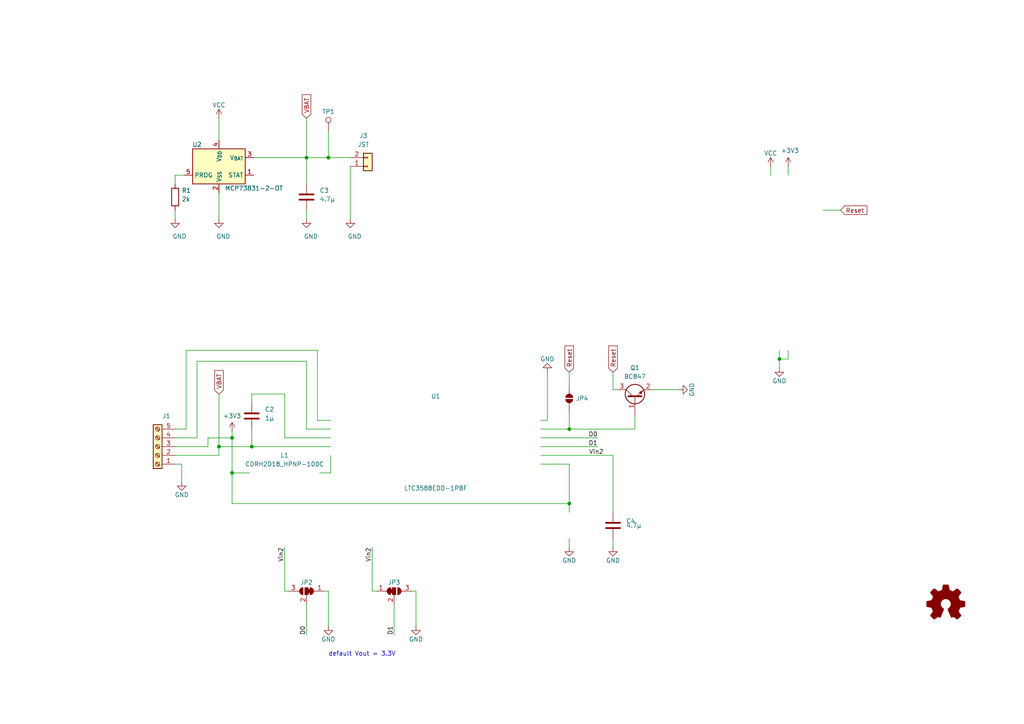
<source format=kicad_sch>
(kicad_sch (version 20231120) (generator "eeschema") (generator_version "8.0")
  (paper "A4")
  (title_block (title "ProMicro_ZPM") (date "2020-05-11") (rev "v1.0"))
  (lib_symbols
    (symbol "Battery_Management:MCP73831-2-OT"
      (property "Reference" "U" (at -7.62 6.35 0))
      (property "Value" "MCP73831-2-OT" (at 1.27 6.35 0))
      (symbol "MCP73831-2-OT_0_1"
        (rectangle (start -7.62 5.08) (end 7.62 -5.08) (stroke (width 0.254)) (fill (type background)))
      )
      (symbol "MCP73831-2-OT_1_1"
        (pin tri_state line (at 10.16 -2.54 180) (length 2.54) (name "STAT") (number "1"))
        (pin power_in line (at 0 -7.62 90) (length 2.54) (name "V_{SS}") (number "2"))
        (pin power_out line (at 10.16 2.54 180) (length 2.54) (name "V_{BAT}") (number "3"))
        (pin power_in line (at 0 7.62 270) (length 2.54) (name "V_{DD}") (number "4"))
        (pin input line (at -10.16 -2.54 0) (length 2.54) (name "PROG") (number "5"))
      )
    )
    (symbol "Connector:Screw_Terminal_01x05" (pin_names (offset 1.016) hide)
      (property "Reference" "J" (at 0 7.62 0))
      (property "Value" "Screw_Terminal_01x05" (at 0 -7.62 0))
      (symbol "Screw_Terminal_01x05_1_1"
        (rectangle (start -1.27 6.35) (end 1.27 -6.35) (stroke (width 0.254)) (fill (type background)))
        (circle (center 0 -5.08) (radius 0.635) (stroke (width 0.1524)))
        (circle (center 0 -2.54) (radius 0.635) (stroke (width 0.1524)))
        (polyline (pts (xy -0.5334 -4.7498) (xy 0.3302 -5.588)) (stroke (width 0.1524)))
        (polyline (pts (xy -0.5334 -2.2098) (xy 0.3302 -3.048)) (stroke (width 0.1524)))
        (polyline (pts (xy -0.5334 0.3302) (xy 0.3302 -0.508)) (stroke (width 0.1524)))
        (polyline (pts (xy -0.5334 2.8702) (xy 0.3302 2.032)) (stroke (width 0.1524)))
        (polyline (pts (xy -0.5334 5.4102) (xy 0.3302 4.572)) (stroke (width 0.1524)))
        (polyline (pts (xy -0.3556 -4.572) (xy 0.508 -5.4102)) (stroke (width 0.1524)))
        (polyline (pts (xy -0.3556 -2.032) (xy 0.508 -2.8702)) (stroke (width 0.1524)))
        (polyline (pts (xy -0.3556 0.508) (xy 0.508 -0.3302)) (stroke (width 0.1524)))
        (polyline (pts (xy -0.3556 3.048) (xy 0.508 2.2098)) (stroke (width 0.1524)))
        (polyline (pts (xy -0.3556 5.588) (xy 0.508 4.7498)) (stroke (width 0.1524)))
        (circle (center 0 0) (radius 0.635) (stroke (width 0.1524)))
        (circle (center 0 2.54) (radius 0.635) (stroke (width 0.1524)))
        (circle (center 0 5.08) (radius 0.635) (stroke (width 0.1524)))
        (pin passive line (at -5.08 5.08 0) (length 3.81) (name "Pin_1") (number "1"))
        (pin passive line (at -5.08 2.54 0) (length 3.81) (name "Pin_2") (number "2"))
        (pin passive line (at -5.08 0 0) (length 3.81) (name "Pin_3") (number "3"))
        (pin passive line (at -5.08 -2.54 0) (length 3.81) (name "Pin_4") (number "4"))
        (pin passive line (at -5.08 -5.08 0) (length 3.81) (name "Pin_5") (number "5"))
      )
    )
    (symbol "Connector:TestPoint" (pin_numbers hide) (pin_names (offset 0.762) hide)
      (property "Reference" "TP" (at 0 6.858 0))
      (property "Value" "TestPoint" (at 0 5.08 0))
      (symbol "TestPoint_0_1"
        (circle (center 0 3.302) (radius 0.762))
      )
      (symbol "TestPoint_1_1"
        (pin passive line (at 0 0 90) (length 2.54) (name "1") (number "1"))
      )
    )
    (symbol "Connector_Generic:Conn_01x02" (pin_names (offset 1.016) hide)
      (property "Reference" "J" (at 0 2.54 0))
      (property "Value" "Conn_01x02" (at 0 -5.08 0))
      (symbol "Conn_01x02_1_1"
        (rectangle (start -1.27 -2.413) (end 0 -2.667) (stroke (width 0.1524)))
        (rectangle (start -1.27 0.127) (end 0 -0.127) (stroke (width 0.1524)))
        (rectangle (start -1.27 1.27) (end 1.27 -3.81) (stroke (width 0.254)) (fill (type background)))
        (pin passive line (at -5.08 0 0) (length 3.81) (name "Pin_1") (number "1"))
        (pin passive line (at -5.08 -2.54 0) (length 3.81) (name "Pin_2") (number "2"))
      )
    )
    (symbol "Device:C" (pin_numbers hide) (pin_names (offset 0.254))
      (property "Reference" "C" (at 0.635 2.54 0))
      (property "Value" "C" (at 0.635 -2.54 0))
      (symbol "C_0_1"
        (polyline (pts (xy -2.032 -0.762) (xy 2.032 -0.762)) (stroke (width 0.508)))
        (polyline (pts (xy -2.032 0.762) (xy 2.032 0.762)) (stroke (width 0.508)))
      )
      (symbol "C_1_1"
        (pin passive line (at 0 3.81 270) (length 2.794) (name "~") (number "1"))
        (pin passive line (at 0 -3.81 90) (length 2.794) (name "~") (number "2"))
      )
    )
    (symbol "Device:R" (pin_numbers hide) (pin_names (offset 0))
      (property "Reference" "R" (at 2.032 0 90))
      (property "Value" "R" (at 0 0 90))
      (symbol "R_0_1"
        (rectangle (start -1.016 -2.54) (end 1.016 2.54) (stroke (width 0.254)))
      )
      (symbol "R_1_1"
        (pin passive line (at 0 3.81 270) (length 1.27) (name "~") (number "1"))
        (pin passive line (at 0 -3.81 90) (length 1.27) (name "~") (number "2"))
      )
    )
    (symbol "Graphic:Logo_Open_Hardware_Small" (in_bom no) (on_board no)
      (symbol "Logo_Open_Hardware_Small_0_1"
        (polyline (pts (xy 3.3528 -4.3434) (xy 3.302 -4.318) (xy 3.175 -4.2418) (xy 2.9972 -4.1148) (xy 2.7686 -3.9624) (xy 2.54 -3.81) (xy 2.3622 -3.7084) (xy 2.2352 -3.6068) (xy 2.1844 -3.5814) (xy 2.159 -3.6068) (xy 2.0574 -3.6576) (xy 1.905 -3.7338) (xy 1.8034 -3.7846) (xy 1.6764 -3.8354) (xy 1.6002 -3.8354) (xy 1.6002 -3.8354) (xy 1.5494 -3.7338) (xy 1.4732 -3.5306) (xy 1.3462 -3.302) (xy 1.2446 -3.0226) (xy 1.1176 -2.7178) (xy 0.9652 -2.413) (xy 0.8636 -2.1082) (xy 0.7366 -1.8288) (xy 0.6604 -1.6256) (xy 0.6096 -1.4732) (xy 0.5842 -1.397) (xy 0.5842 -1.397) (xy 0.6604 -1.3208) (xy 0.7874 -1.2446) (xy 1.0414 -1.016) (xy 1.2954 -0.6858) (xy 1.4478 -0.3302) (xy 1.524 0.0762) (xy 1.4732 0.4572) (xy 1.3208 0.8128) (xy 1.0668 1.143) (xy 0.762 1.3716) (xy 0.4064 1.524) (xy 0 1.5748) (xy -0.381 1.5494) (xy -0.7366 1.397) (xy -1.0668 1.143) (xy -1.2192 0.9906) (xy -1.397 0.6604) (xy -1.524 0.3048) (xy -1.524 0.2286) (xy -1.4986 -0.1778) (xy -1.397 -0.5334) (xy -1.1938 -0.8636) (xy -0.9144 -1.143) (xy -0.8636 -1.1684) (xy -0.7366 -1.27) (xy -0.635 -1.3462) (xy -0.5842 -1.397) (xy -1.0668 -2.5908) (xy -1.143 -2.794) (xy -1.2954 -3.1242) (xy -1.397 -3.4036) (xy -1.4986 -3.6322) (xy -1.5748 -3.7846) (xy -1.6002 -3.8354) (xy -1.6002 -3.8354) (xy -1.651 -3.8354) (xy -1.7272 -3.81) (xy -1.905 -3.7338) (xy -2.0066 -3.683) (xy -2.1336 -3.6068) (xy -2.2098 -3.5814) (xy -2.2606 -3.6068) (xy -2.3622 -3.683) (xy -2.54 -3.81) (xy -2.7686 -3.9624) (xy -2.9718 -4.0894) (xy -3.1496 -4.2164) (xy -3.302 -4.318) (xy -3.3528 -4.3434) (xy -3.3782 -4.3434) (xy -3.429 -4.318) (xy -3.5306 -4.2164) (xy -3.7084 -4.064) (xy -3.937 -3.8354) (xy -3.9624 -3.81) (xy -4.1656 -3.6068) (xy -4.318 -3.4544) (xy -4.4196 -3.3274) (xy -4.445 -3.2766) (xy -4.445 -3.2766) (xy -4.4196 -3.2258) (xy -4.318 -3.0734) (xy -4.2164 -2.8956) (xy -4.064 -2.667) (xy -3.6576 -2.0828) (xy -3.8862 -1.5494) (xy -3.937 -1.3716) (xy -4.0386 -1.1684) (xy -4.0894 -1.0414) (xy -4.1148 -0.9652) (xy -4.191 -0.9398) (xy -4.318 -0.9144) (xy -4.5466 -0.8636) (xy -4.8006 -0.8128) (xy -5.0546 -0.7874) (xy -5.2578 -0.7366) (xy -5.4356 -0.7112) (xy -5.5118 -0.6858) (xy -5.5118 -0.6858) (xy -5.5372 -0.635) (xy -5.5372 -0.5588) (xy -5.5372 -0.4318) (xy -5.5626 -0.2286) (xy -5.5626 0.0762) (xy -5.5626 0.127) (xy -5.5372 0.4064) (xy -5.5372 0.635) (xy -5.5372 0.762) (xy -5.5372 0.8382) (xy -5.5372 0.8382) (xy -5.461 0.8382) (xy -5.3086 0.889) (xy -5.08 0.9144) (xy -4.826 0.9652) (xy -4.8006 0.9906) (xy -4.5466 1.0414) (xy -4.318 1.0668) (xy -4.1656 1.1176) (xy -4.0894 1.143) (xy -4.0894 1.143) (xy -4.0386 1.2446) (xy -3.9624 1.4224) (xy -3.8608 1.6256) (xy -3.7846 1.8288) (xy -3.7084 2.0066) (xy -3.6576 2.159) (xy -3.6322 2.2098) (xy -3.6322 2.2098) (xy -3.683 2.286) (xy -3.7592 2.413) (xy -3.8862 2.5908) (xy -4.064 2.8194) (xy -4.064 2.8448) (xy -4.2164 3.0734) (xy -4.3434 3.2512) (xy -4.4196 3.3782) (xy -4.445 3.4544) (xy -4.445 3.4544) (xy -4.3942 3.5052) (xy -4.2926 3.6322) (xy -4.1148 3.81) (xy -3.937 4.0132) (xy -3.8608 4.064) (xy -3.6576 4.2926) (xy -3.5052 4.4196) (xy -3.4036 4.4958) (xy -3.3528 4.5212) (xy -3.3528 4.5212) (xy -3.302 4.4704) (xy -3.1496 4.3688) (xy -2.9718 4.2418) (xy -2.7432 4.0894) (xy -2.7178 4.0894) (xy -2.4892 3.937) (xy -2.3114 3.81) (xy -2.1844 3.7084) (xy -2.1336 3.683) (xy -2.1082 3.683) (xy -2.032 3.7084) (xy -1.8542 3.7592) (xy -1.6764 3.8354) (xy -1.4732 3.937) (xy -1.27 4.0132) (xy -1.143 4.064) (xy -1.0668 4.1148) (xy -1.0668 4.1148) (xy -1.0414 4.191) (xy -1.016 4.3434) (xy -0.9652 4.572) (xy -0.9144 4.8514) (xy -0.889 4.9022) (xy -0.8382 5.1562) (xy -0.8128 5.3848) (xy -0.7874 5.5372) (xy -0.762 5.588) (xy -0.7112 5.6134) (xy -0.5842 5.6134) (xy -0.4064 5.6134) (xy -0.1524 5.6134) (xy 0.0762 5.6134) (xy 0.3302 5.6134) (xy 0.5334 5.6134) (xy 0.6858 5.588) (xy 0.7366 5.588) (xy 0.7366 5.588) (xy 0.762 5.5118) (xy 0.8128 5.334) (xy 0.8382 5.1054) (xy 0.9144 4.826) (xy 0.9144 4.7752) (xy 0.9652 4.5212) (xy 1.016 4.2926) (xy 1.0414 4.1402) (xy 1.0668 4.0894) (xy 1.0668 4.0894) (xy 1.1938 4.0386) (xy 1.3716 3.9624) (xy 1.5748 3.8608) (xy 2.0828 3.6576) (xy 2.7178 4.0894) (xy 2.7686 4.1402) (xy 2.9972 4.2926) (xy 3.175 4.4196) (xy 3.302 4.4958) (xy 3.3782 4.5212) (xy 3.3782 4.5212) (xy 3.429 4.4704) (xy 3.556 4.3434) (xy 3.7338 4.191) (xy 3.9116 3.9878) (xy 4.064 3.8354) (xy 4.2418 3.6576) (xy 4.3434 3.556) (xy 4.4196 3.4798) (xy 4.4196 3.429) (xy 4.4196 3.4036) (xy 4.3942 3.3274) (xy 4.2926 3.2004) (xy 4.1656 2.9972) (xy 4.0132 2.794) (xy 3.8862 2.5908) (xy 3.7592 2.3876) (xy 3.6576 2.2352) (xy 3.6322 2.159) (xy 3.6322 2.1336) (xy 3.683 2.0066) (xy 3.7592 1.8288) (xy 3.8608 1.6002) (xy 4.064 1.1176) (xy 4.3942 1.0414) (xy 4.5974 1.016) (xy 4.8768 0.9652) (xy 5.1308 0.9144) (xy 5.5372 0.8382) (xy 5.5626 -0.6604) (xy 5.4864 -0.6858) (xy 5.4356 -0.6858) (xy 5.2832 -0.7366) (xy 5.0546 -0.762) (xy 4.8006 -0.8128) (xy 4.5974 -0.8636) (xy 4.3688 -0.9144) (xy 4.2164 -0.9398) (xy 4.1402 -0.9398) (xy 4.1148 -0.9652) (xy 4.064 -1.0668) (xy 3.9878 -1.2446) (xy 3.9116 -1.4478) (xy 3.81 -1.651) (xy 3.7338 -1.8542) (xy 3.683 -2.0066) (xy 3.6576 -2.0828) (xy 3.683 -2.1336) (xy 3.7846 -2.2606) (xy 3.8862 -2.4638) (xy 4.0386 -2.667) (xy 4.191 -2.8956) (xy 4.318 -3.0734) (xy 4.3942 -3.2004) (xy 4.445 -3.2766) (xy 4.4196 -3.3274) (xy 4.3434 -3.429) (xy 4.1656 -3.5814) (xy 3.937 -3.8354) (xy 3.8862 -3.8608) (xy 3.683 -4.064) (xy 3.5306 -4.2164) (xy 3.4036 -4.318) (xy 3.3528 -4.3434)) (fill (type outline)))
      )
    )
    (symbol "Jumper:SolderJumper_2_Open" (pin_numbers hide) (pin_names (offset 0) hide) (exclude_from_sim yes) (in_bom no)
      (property "Reference" "JP" (at 0 2.032 0))
      (property "Value" "SolderJumper_2_Open" (at 0 -2.54 0))
      (symbol "SolderJumper_2_Open_0_1"
        (arc (start -0.254 1.016) (mid -1.2656 0) (end -0.254 -1.016))
        (arc (start -0.254 1.016) (mid -1.2656 0) (end -0.254 -1.016) (fill (type outline)))
        (polyline (pts (xy -0.254 1.016) (xy -0.254 -1.016)))
        (polyline (pts (xy 0.254 1.016) (xy 0.254 -1.016)))
        (arc (start 0.254 -1.016) (mid 1.2656 0) (end 0.254 1.016))
        (arc (start 0.254 -1.016) (mid 1.2656 0) (end 0.254 1.016) (fill (type outline)))
      )
      (symbol "SolderJumper_2_Open_1_1"
        (pin passive line (at -3.81 0 0) (length 2.54) (name "A") (number "1"))
        (pin passive line (at 3.81 0 180) (length 2.54) (name "B") (number "2"))
      )
    )
    (symbol "Jumper:SolderJumper_3_Bridged12" (pin_names (offset 0) hide) (exclude_from_sim yes) (in_bom no)
      (property "Reference" "JP" (at -2.54 -2.54 0))
      (property "Value" "SolderJumper_3_Bridged12" (at 0 2.794 0))
      (symbol "SolderJumper_3_Bridged12_0_1"
        (rectangle (start -1.016 0.508) (end -0.508 -0.508) (fill (type outline)))
        (arc (start -1.016 1.016) (mid -2.0276 0) (end -1.016 -1.016))
        (arc (start -1.016 1.016) (mid -2.0276 0) (end -1.016 -1.016) (fill (type outline)))
        (rectangle (start -0.508 1.016) (end 0.508 -1.016) (fill (type outline)))
        (polyline (pts (xy -2.54 0) (xy -2.032 0)))
        (polyline (pts (xy -1.016 1.016) (xy -1.016 -1.016)))
        (polyline (pts (xy 0 -1.27) (xy 0 -1.016)))
        (polyline (pts (xy 1.016 1.016) (xy 1.016 -1.016)))
        (polyline (pts (xy 2.54 0) (xy 2.032 0)))
        (arc (start 1.016 -1.016) (mid 2.0276 0) (end 1.016 1.016))
        (arc (start 1.016 -1.016) (mid 2.0276 0) (end 1.016 1.016) (fill (type outline)))
      )
      (symbol "SolderJumper_3_Bridged12_1_1"
        (pin passive line (at -5.08 0 0) (length 2.54) (name "A") (number "1"))
        (pin passive line (at 0 -3.81 90) (length 2.54) (name "C") (number "2"))
        (pin passive line (at 5.08 0 180) (length 2.54) (name "B") (number "3"))
      )
    )
    (symbol "Transistor_BJT:BC847" (pin_names (offset 0) hide)
      (property "Reference" "Q" (at 5.08 1.905 0))
      (property "Value" "BC847" (at 5.08 0 0))
      (symbol "BC847_0_1"
        (polyline (pts (xy 0.635 0.635) (xy 2.54 2.54)))
        (polyline (pts (xy 0.635 -0.635) (xy 2.54 -2.54) (xy 2.54 -2.54)))
        (polyline (pts (xy 0.635 1.905) (xy 0.635 -1.905) (xy 0.635 -1.905)) (stroke (width 0.508)))
        (polyline (pts (xy 1.27 -1.778) (xy 1.778 -1.27) (xy 2.286 -2.286) (xy 1.27 -1.778) (xy 1.27 -1.778)) (fill (type outline)))
        (circle (center 1.27 0) (radius 2.8194) (stroke (width 0.254)))
      )
      (symbol "BC847_1_1"
        (pin input line (at -5.08 0 0) (length 5.715) (name "B") (number "1"))
        (pin passive line (at 2.54 -5.08 90) (length 2.54) (name "E") (number "2"))
        (pin passive line (at 2.54 5.08 270) (length 2.54) (name "C") (number "3"))
      )
    )
    (symbol "power:+3V3" (power) (pin_numbers hide) (pin_names (offset 0) hide)
      (property "Value" "+3V3" (at 0 3.556 0))
      (symbol "+3V3_0_1"
        (polyline (pts (xy -0.762 1.27) (xy 0 2.54)))
        (polyline (pts (xy 0 0) (xy 0 2.54)))
        (polyline (pts (xy 0 2.54) (xy 0.762 1.27)))
      )
      (symbol "+3V3_1_1"
        (pin power_in line (at 0 0 90) (length 0) (name "~") (number "1"))
      )
    )
    (symbol "power:GND" (power) (pin_numbers hide) (pin_names (offset 0) hide)
      (property "Value" "GND" (at 0 -3.81 0))
      (symbol "GND_0_1"
        (polyline (pts (xy 0 0) (xy 0 -1.27) (xy 1.27 -1.27) (xy 0 -2.54) (xy -1.27 -1.27) (xy 0 -1.27)))
      )
      (symbol "GND_1_1"
        (pin power_in line (at 0 0 270) (length 0) (name "~") (number "1"))
      )
    )
    (symbol "power:VCC" (power) (pin_numbers hide) (pin_names (offset 0) hide)
      (property "Value" "VCC" (at 0 3.556 0))
      (symbol "VCC_0_1"
        (polyline (pts (xy -0.762 1.27) (xy 0 2.54)))
        (polyline (pts (xy 0 0) (xy 0 2.54)))
        (polyline (pts (xy 0 2.54) (xy 0.762 1.27)))
      )
      (symbol "VCC_1_1"
        (pin power_in line (at 0 0 90) (length 0) (name "~") (number "1"))
      )
    )
  )
  (junction (at 88.9 45.72))
  (junction (at 67.31 127))
  (junction (at 165.1 146.05))
  (junction (at 226.06 104.14))
  (junction (at 67.31 137.16))
  (junction (at 165.1 124.46))
  (junction (at 95.25 45.72))
  (junction (at 73.025 129.54))
  (junction (at 63.5 129.54))
  (wire (pts (xy 114.3 175.26) (xy 114.3 184.15)))
  (wire (pts (xy 165.1 119.38) (xy 165.1 124.46)))
  (wire (pts (xy 165.1 134.62) (xy 156.845 134.62)))
  (wire (pts (xy 50.8 129.54) (xy 60.325 129.54)))
  (wire (pts (xy 165.1 146.05) (xy 165.1 134.62)))
  (wire (pts (xy 95.25 45.72) (xy 101.6 45.72)))
  (wire (pts (xy 95.885 127) (xy 82.55 127)))
  (wire (pts (xy 120.65 181.61) (xy 120.65 171.45)))
  (wire (pts (xy 109.22 171.45) (xy 107.95 171.45)))
  (wire (pts (xy 50.8 63.5) (xy 50.8 60.96)))
  (wire (pts (xy 57.15 127) (xy 50.8 127)))
  (wire (pts (xy 184.15 124.46) (xy 165.1 124.46)))
  (wire (pts (xy 88.9 34.29) (xy 88.9 45.72)))
  (wire (pts (xy 73.025 124.46) (xy 73.025 129.54)))
  (wire (pts (xy 63.5 129.54) (xy 73.025 129.54)))
  (wire (pts (xy 53.975 124.46) (xy 53.975 101.6)))
  (wire (pts (xy 177.8 158.75) (xy 177.8 156.21)))
  (wire (pts (xy 228.6 101.6) (xy 228.6 104.14)))
  (wire (pts (xy 50.8 124.46) (xy 53.975 124.46)))
  (wire (pts (xy 92.075 121.92) (xy 95.885 121.92)))
  (wire (pts (xy 57.15 104.775) (xy 57.15 127)))
  (wire (pts (xy 226.06 104.14) (xy 226.06 106.68)))
  (wire (pts (xy 63.5 63.5) (xy 63.5 55.88)))
  (wire (pts (xy 88.9 60.96) (xy 88.9 63.5)))
  (wire (pts (xy 88.9 104.775) (xy 57.15 104.775)))
  (wire (pts (xy 50.8 134.62) (xy 52.705 134.62)))
  (wire (pts (xy 120.65 171.45) (xy 119.38 171.45)))
  (wire (pts (xy 50.8 50.8) (xy 53.34 50.8)))
  (wire (pts (xy 156.845 127) (xy 173.355 127)))
  (wire (pts (xy 63.5 34.29) (xy 63.5 40.64)))
  (wire (pts (xy 228.6 48.26) (xy 228.6 50.8)))
  (wire (pts (xy 165.1 107.95) (xy 165.1 111.76)))
  (wire (pts (xy 83.82 171.45) (xy 82.55 171.45)))
  (wire (pts (xy 60.325 127) (xy 67.31 127)))
  (wire (pts (xy 50.8 53.34) (xy 50.8 50.8)))
  (wire (pts (xy 67.31 137.16) (xy 72.39 137.16)))
  (wire (pts (xy 67.31 125.095) (xy 67.31 127)))
  (wire (pts (xy 67.31 137.16) (xy 67.31 146.05)))
  (wire (pts (xy 82.55 127) (xy 82.55 114.3)))
  (wire (pts (xy 158.75 121.92) (xy 156.845 121.92)))
  (wire (pts (xy 158.75 107.95) (xy 158.75 121.92)))
  (wire (pts (xy 223.52 48.26) (xy 223.52 50.8)))
  (wire (pts (xy 73.025 129.54) (xy 95.885 129.54)))
  (wire (pts (xy 107.95 158.75) (xy 107.95 171.45)))
  (wire (pts (xy 88.9 53.34) (xy 88.9 45.72)))
  (wire (pts (xy 179.07 113.03) (xy 177.8 113.03)))
  (wire (pts (xy 184.15 120.65) (xy 184.15 124.46)))
  (wire (pts (xy 73.025 114.3) (xy 73.025 116.84)))
  (wire (pts (xy 177.8 132.08) (xy 177.8 148.59)))
  (wire (pts (xy 52.705 139.7) (xy 52.705 134.62)))
  (wire (pts (xy 95.25 38.1) (xy 95.25 45.72)))
  (wire (pts (xy 88.9 45.72) (xy 95.25 45.72)))
  (wire (pts (xy 88.9 124.46) (xy 88.9 104.775)))
  (wire (pts (xy 95.25 171.45) (xy 93.98 171.45)))
  (wire (pts (xy 95.885 124.46) (xy 88.9 124.46)))
  (wire (pts (xy 60.325 129.54) (xy 60.325 127)))
  (wire (pts (xy 156.845 124.46) (xy 165.1 124.46)))
  (wire (pts (xy 95.885 137.16) (xy 92.71 137.16)))
  (wire (pts (xy 95.885 137.16) (xy 95.885 132.08)))
  (wire (pts (xy 226.06 101.6) (xy 226.06 104.14)))
  (wire (pts (xy 177.8 113.03) (xy 177.8 107.95)))
  (wire (pts (xy 156.845 132.08) (xy 177.8 132.08)))
  (wire (pts (xy 156.845 129.54) (xy 173.355 129.54)))
  (wire (pts (xy 88.9 175.26) (xy 88.9 184.15)))
  (wire (pts (xy 92.075 101.6) (xy 92.075 121.92)))
  (wire (pts (xy 67.31 146.05) (xy 165.1 146.05)))
  (wire (pts (xy 238.76 60.96) (xy 243.84 60.96)))
  (wire (pts (xy 50.8 132.08) (xy 63.5 132.08)))
  (wire (pts (xy 63.5 132.08) (xy 63.5 129.54)))
  (wire (pts (xy 165.1 148.59) (xy 165.1 146.05)))
  (wire (pts (xy 53.975 101.6) (xy 92.075 101.6)))
  (wire (pts (xy 95.25 181.61) (xy 95.25 171.45)))
  (wire (pts (xy 101.6 48.26) (xy 101.6 63.5)))
  (wire (pts (xy 67.31 127) (xy 67.31 137.16)))
  (wire (pts (xy 82.55 158.75) (xy 82.55 171.45)))
  (wire (pts (xy 82.55 114.3) (xy 73.025 114.3)))
  (wire (pts (xy 165.1 158.75) (xy 165.1 156.21)))
  (wire (pts (xy 196.85 113.03) (xy 189.23 113.03)))
  (wire (pts (xy 88.9 45.72) (xy 73.66 45.72)))
  (wire (pts (xy 63.5 114.3) (xy 63.5 129.54)))
  (wire (pts (xy 228.6 104.14) (xy 226.06 104.14)))
  (text "default Vout = 3.3V" (at 95.25 190.5 0) (effects (font (size 1.27 1.27)) (justify left bottom)))
  (label "Vin2" (at 82.55 158.75 270))
  (label "D1" (at 114.3 184.15 90))
  (label "Vin2" (at 170.815 132.08 0))
  (label "D0" (at 173.355 127 180))
  (label "D0" (at 88.9 184.15 90))
  (label "D1" (at 173.355 129.54 180))
  (label "Vin2" (at 107.95 158.75 270))
  (global_label "Reset" (shape input) (at 177.8 107.95 90) (property "Intersheetrefs" "${INTERSHEET_REFS}" (effects (hide yes))))
  (global_label "Reset" (shape input) (at 243.84 60.96 0) (property "Intersheetrefs" "${INTERSHEET_REFS}" (effects (hide yes))))
  (global_label "VBAT" (shape input) (at 63.5 114.3 90) (property "Intersheetrefs" "${INTERSHEET_REFS}" (effects (hide yes))))
  (global_label "VBAT" (shape input) (at 88.9 34.29 90) (property "Intersheetrefs" "${INTERSHEET_REFS}" (effects (hide yes))))
  (global_label "Reset" (shape input) (at 165.1 107.95 90) (property "Intersheetrefs" "${INTERSHEET_REFS}" (effects (hide yes))))
  (symbol (lib_id "power:GND") (at 226.06 106.68 0) (unit 1)
    (property "Reference" "#PWR0101" (effects (hide yes)))
    (property "Value" "GND" (at 226.06 110.49 0))
    (property "Description" "Power symbol creates a global label with name \"GND\" , ground" (effects (hide yes)))
  )
  (symbol (lib_id "power:+3V3") (at 228.6 48.26 0) (unit 1)
    (property "Reference" "#PWR0102" (effects (hide yes)))
    (property "Value" "+3V3" (at 229.108 43.688 0))
    (property "Description" "Power symbol creates a global label with name \"+3V3\"" (effects (hide yes)))
  )
  (symbol (lib_id "Graphic:Logo_Open_Hardware_Small") (at 274.32 175.26 0) (unit 1)
    (property "Reference" "LOGO1" (effects (hide yes)))
    (property "Value" "Logo_Open_Hardware_Small" (effects (hide yes)))
    (property "Footprint" "Symbol:OSHW-Symbol_6.7x6mm_SilkScreen" (effects (hide yes)))
    (property "Description" "Open Hardware logo, small" (effects (hide yes)))
    (property "Sim.Enable" "0" (effects (hide yes)))
  )
  (symbol (lib_id "ProMicro_ZPM-rescue:LTC3588EDD-1PBF-LTC3588EDD-1PBF") (at 95.885 121.92 0) (unit 1)
    (property "Reference" "U1" (at 126.365 114.935 0))
    (property "Value" "LTC3588EDD-1PBF" (at 126.365 141.605 0))
    (property "Footprint" "Package_SO:MSOP-10-1EP_3x3mm_P0.5mm_EP1.68x1.88mm_ThermalVias" (effects (hide yes)))
    (property "Datasheet" "Linear Technology" (effects (hide yes)))
    (property "Field4" "ltc3588edd1#pbf" (effects (hide yes)))
  )
  (symbol (lib_id "Jumper:SolderJumper_3_Bridged12") (at 88.9 171.45 0) (mirror y) (unit 1)
    (property "Reference" "JP2" (at 88.9 168.91 0))
    (property "Value" "SolderJumper_3_Bridged12" (effects (hide yes)))
    (property "Footprint" "Jumper:SolderJumper-3_P1.3mm_Bridged12_RoundedPad1.0x1.5mm" (effects (hide yes)))
    (property "Description" "3-pole Solder Jumper, pins 1+2 closed/bridged" (effects (hide yes)))
  )
  (symbol (lib_id "Jumper:SolderJumper_3_Bridged12") (at 114.3 171.45 0) (unit 1)
    (property "Reference" "JP3" (at 114.3 168.91 0))
    (property "Value" "SolderJumper_3_Bridged12" (effects (hide yes)))
    (property "Footprint" "Jumper:SolderJumper-3_P1.3mm_Bridged12_RoundedPad1.0x1.5mm" (effects (hide yes)))
    (property "Description" "3-pole Solder Jumper, pins 1+2 closed/bridged" (effects (hide yes)))
  )
  (symbol (lib_id "power:GND") (at 120.65 181.61 0) (unit 1)
    (property "Reference" "#PWR0104" (effects (hide yes)))
    (property "Value" "GND" (at 120.65 185.42 0))
    (property "Description" "Power symbol creates a global label with name \"GND\" , ground" (effects (hide yes)))
  )
  (symbol (lib_id "power:GND") (at 95.25 181.61 0) (unit 1)
    (property "Reference" "#PWR0106" (effects (hide yes)))
    (property "Value" "GND" (at 95.25 185.42 0))
    (property "Description" "Power symbol creates a global label with name \"GND\" , ground" (effects (hide yes)))
  )
  (symbol (lib_id "ProMicro:Sparkfun_Pro_Micro") (at 193.04 55.88 0) (unit 1)
    (property "Reference" "A1" (at 185.42 31.75 0))
    (property "Value" "Sparkfun_Pro_Micro_3V3" (at 208.28 80.645 0))
    (property "Footprint" "Module:Sparkfun_Pro_Micro" (effects (hide yes)))
    (property "Datasheet" "https://www.sparkfun.com/products/12587" (effects (hide yes)))
  )
  (symbol (lib_id "power:VCC") (at 223.52 48.26 0) (unit 1)
    (property "Reference" "#PWR0107" (effects (hide yes)))
    (property "Value" "VCC" (at 223.52 44.45 0))
    (property "Description" "Power symbol creates a global label with name \"VCC\"" (effects (hide yes)))
  )
  (symbol (lib_id "Battery_Management:MCP73831-2-OT") (at 63.5 48.26 0) (unit 1)
    (property "Reference" "U2" (at 57.15 41.91 0))
    (property "Value" "MCP73831-2-OT" (at 73.66 54.61 0))
    (property "Footprint" "Package_TO_SOT_SMD:SOT-23-5" (effects (hide yes)))
    (property "Datasheet" "http://ww1.microchip.com/downloads/en/DeviceDoc/20001984g.pdf" (effects (hide yes)))
    (property "Description" "Single cell, Li-Ion/Li-Po charge management controller, 4.20V, Tri-State Status Output, in SOT23-5 package" (effects (hide yes)))
  )
  (symbol (lib_id "Device:R") (at 50.8 57.15 0) (unit 1)
    (property "Reference" "R1" (at 52.705 55.245 0) (effects (justify left)))
    (property "Value" "2k" (at 52.705 57.785 0) (effects (justify left)))
    (property "Footprint" "Resistor_SMD:R_0603_1608Metric" (effects (hide yes)))
    (property "Description" "Resistor" (effects (hide yes)))
  )
  (symbol (lib_id "power:GND") (at 63.5 63.5 0) (unit 1)
    (property "Reference" "#PWR0113" (effects (hide yes)))
    (property "Value" "GND" (at 64.77 68.58 0))
    (property "Description" "Power symbol creates a global label with name \"GND\" , ground" (effects (hide yes)))
  )
  (symbol (lib_id "power:GND") (at 50.8 63.5 0) (unit 1)
    (property "Reference" "#PWR0114" (effects (hide yes)))
    (property "Value" "GND" (at 52.07 68.58 0))
    (property "Description" "Power symbol creates a global label with name \"GND\" , ground" (effects (hide yes)))
  )
  (symbol (lib_id "power:GND") (at 52.705 139.7 0) (unit 1)
    (property "Reference" "#PWR0109" (effects (hide yes)))
    (property "Value" "GND" (at 52.705 143.51 0))
    (property "Description" "Power symbol creates a global label with name \"GND\" , ground" (effects (hide yes)))
  )
  (symbol (lib_id "Device:C") (at 88.9 57.15 0) (unit 1)
    (property "Reference" "C3" (at 92.71 55.245 0) (effects (justify left)))
    (property "Value" "4.7µ" (at 92.71 57.785 0) (effects (justify left)))
    (property "Footprint" "Capacitor_SMD:C_0603_1608Metric" (effects (hide yes)))
    (property "Description" "Unpolarized capacitor" (effects (hide yes)))
  )
  (symbol (lib_id "power:GND") (at 88.9 63.5 0) (unit 1)
    (property "Reference" "#PWR0115" (effects (hide yes)))
    (property "Value" "GND" (at 90.17 68.58 0))
    (property "Description" "Power symbol creates a global label with name \"GND\" , ground" (effects (hide yes)))
  )
  (symbol (lib_id "power:VCC") (at 63.5 34.29 0) (unit 1)
    (property "Reference" "#PWR0116" (effects (hide yes)))
    (property "Value" "VCC" (at 63.5 30.48 0))
    (property "Description" "Power symbol creates a global label with name \"VCC\"" (effects (hide yes)))
  )
  (symbol (lib_id "Device:CP") (at 165.1 152.4 0) (unit 1)
    (property "Reference" "C1" (at 168.91 151.13 0) (effects (justify left)))
    (property "Value" "10µF" (at 168.91 152.4 0) (effects (justify left)))
    (property "Footprint" "Capacitor_SMD:CP_Elec_4x3" (effects (hide yes)))
  )
  (symbol (lib_id "Connector_Generic:Conn_01x02") (at 106.68 48.26 0) (mirror x) (unit 1)
    (property "Reference" "J3" (at 105.41 39.37 0))
    (property "Value" "JST" (at 105.41 41.91 0))
    (property "Footprint" "Connector_JST:JST_PH_S2B-PH-SM4-TB_1x02-1MP_P2.00mm_Horizontal" (effects (hide yes)))
    (property "Description" "Generic connector, single row, 01x02, script generated (kicad-library-utils/schlib/autogen/connector/)" (effects (hide yes)))
  )
  (symbol (lib_id "power:GND") (at 165.1 158.75 0) (unit 1)
    (property "Reference" "#PWR0111" (effects (hide yes)))
    (property "Value" "GND" (at 165.1 162.56 0))
    (property "Description" "Power symbol creates a global label with name \"GND\" , ground" (effects (hide yes)))
  )
  (symbol (lib_id "Jumper:SolderJumper_2_Open") (at 165.1 115.57 270) (unit 1)
    (property "Reference" "JP4" (at 167.005 115.57 90) (effects (justify left)))
    (property "Value" "SolderJumper_2_Open" (effects (hide yes)))
    (property "Footprint" "Jumper:SolderJumper-2_P1.3mm_Open_RoundedPad1.0x1.5mm" (effects (hide yes)))
    (property "Description" "Solder Jumper, 2-pole, open" (effects (hide yes)))
  )
  (symbol (lib_id "power:GND") (at 101.6 63.5 0) (unit 1)
    (property "Reference" "#PWR0117" (effects (hide yes)))
    (property "Value" "GND" (at 102.87 68.58 0))
    (property "Description" "Power symbol creates a global label with name \"GND\" , ground" (effects (hide yes)))
  )
  (symbol (lib_id "Device:C") (at 177.8 152.4 0) (unit 1)
    (property "Reference" "C4" (at 181.61 151.13 0) (effects (justify left)))
    (property "Value" "4.7µ" (at 181.61 152.4 0) (effects (justify left)))
    (property "Footprint" "Capacitor_SMD:C_0603_1608Metric" (effects (hide yes)))
    (property "Description" "Unpolarized capacitor" (effects (hide yes)))
  )
  (symbol (lib_id "power:GND") (at 177.8 158.75 0) (unit 1)
    (property "Reference" "#PWR0108" (effects (hide yes)))
    (property "Value" "GND" (at 177.8 162.56 0))
    (property "Description" "Power symbol creates a global label with name \"GND\" , ground" (effects (hide yes)))
  )
  (symbol (lib_id "power:GND") (at 158.75 107.95 180) (unit 1)
    (property "Reference" "#PWR0112" (effects (hide yes)))
    (property "Value" "GND" (at 158.75 104.14 0))
    (property "Description" "Power symbol creates a global label with name \"GND\" , ground" (effects (hide yes)))
  )
  (symbol (lib_id "Device:C") (at 73.025 120.65 0) (unit 1)
    (property "Reference" "C2" (at 76.835 118.745 0) (effects (justify left)))
    (property "Value" "1µ" (at 76.835 121.285 0) (effects (justify left)))
    (property "Footprint" "Capacitor_SMD:C_0603_1608Metric" (effects (hide yes)))
    (property "Description" "Unpolarized capacitor" (effects (hide yes)))
  )
  (symbol (lib_id "ProMicro_ZPM-rescue:CDRH2D18_HPNP-100NC-CDRH2D18_HPNP-100NC") (at 82.55 137.16 0) (unit 1)
    (property "Reference" "L1" (at 82.55 132.08 0))
    (property "Value" "CDRH2D18_HPNP-100C" (at 82.55 134.62 0))
    (property "Footprint" "ZPM:HPNP-100NC" (effects (hide yes)))
    (property "Field4" "Manufacturer Recommendations" (effects (hide yes)))
    (property "Field5" "7-Jan-14" (effects (hide yes)))
    (property "Field6" "Sumida America Components Inc." (effects (hide yes)))
  )
  (symbol (lib_id "Connector:Screw_Terminal_01x05") (at 45.72 129.54 180) (unit 1)
    (property "Reference" "J1" (at 48.26 120.65 0))
    (property "Value" "Screw_Terminal_01x05" (effects (hide yes)))
    (property "Footprint" "TerminalBlock_TE-Connectivity:TerminalBlock_TE_282834-5_1x05_P2.54mm_Horizontal" (effects (hide yes)))
    (property "Description" "Generic screw terminal, single row, 01x05, script generated (kicad-library-utils/schlib/autogen/connector/)" (effects (hide yes)))
  )
  (symbol (lib_id "Transistor_BJT:BC847") (at 184.15 115.57 90) (unit 1)
    (property "Reference" "Q1" (at 184.15 106.68 90))
    (property "Value" "BC847" (at 184.15 109.22 90))
    (property "Footprint" "Package_TO_SOT_SMD:SOT-23" (effects (hide yes)))
    (property "Datasheet" "http://www.infineon.com/dgdl/Infineon-BC847SERIES_BC848SERIES_BC849SERIES_BC850SERIES-DS-v01_01-en.pdf?fileId=db3a304314dca389011541d4630a1657" (effects (hide yes)))
    (property "Description" "0.1A Ic, 45V Vce, NPN Transistor, SOT-23" (effects (hide yes)))
  )
  (symbol (lib_id "power:GND") (at 196.85 113.03 90) (unit 1)
    (property "Reference" "#PWR0105" (effects (hide yes)))
    (property "Value" "GND" (at 200.66 113.03 0))
    (property "Description" "Power symbol creates a global label with name \"GND\" , ground" (effects (hide yes)))
  )
  (symbol (lib_id "Connector:TestPoint") (at 95.25 38.1 0) (unit 1)
    (property "Reference" "TP1" (at 95.25 32.385 0))
    (property "Value" "TestPoint" (effects (hide yes)))
    (property "Footprint" "TestPoint:TestPoint_Pad_D2.5mm" (effects (hide yes)))
    (property "Description" "test point" (effects (hide yes)))
  )
  (symbol (lib_id "power:+3V3") (at 67.31 125.095 0) (unit 1)
    (property "Reference" "#PWR0103" (effects (hide yes)))
    (property "Value" "+3V3" (at 67.31 120.65 0))
    (property "Description" "Power symbol creates a global label with name \"+3V3\"" (effects (hide yes)))
  )
)
</source>
